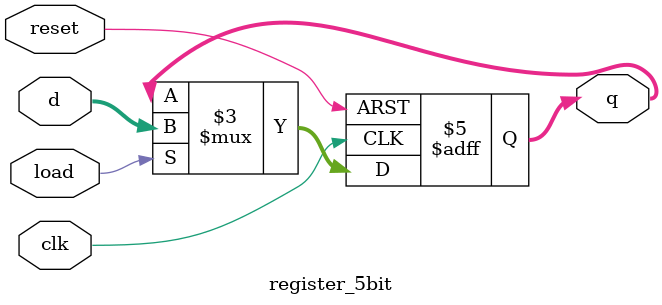
<source format=v>
module register_5bit(clk, reset, load, d, q);

	input clk, reset, load;
	input  [4:0] d;
	output reg [4:0] q;
	
	
	always @(posedge clk or negedge reset) begin
		if(~reset)
			q <= 0;
		else
			if(load)
				q <= d;
	end

endmodule

</source>
